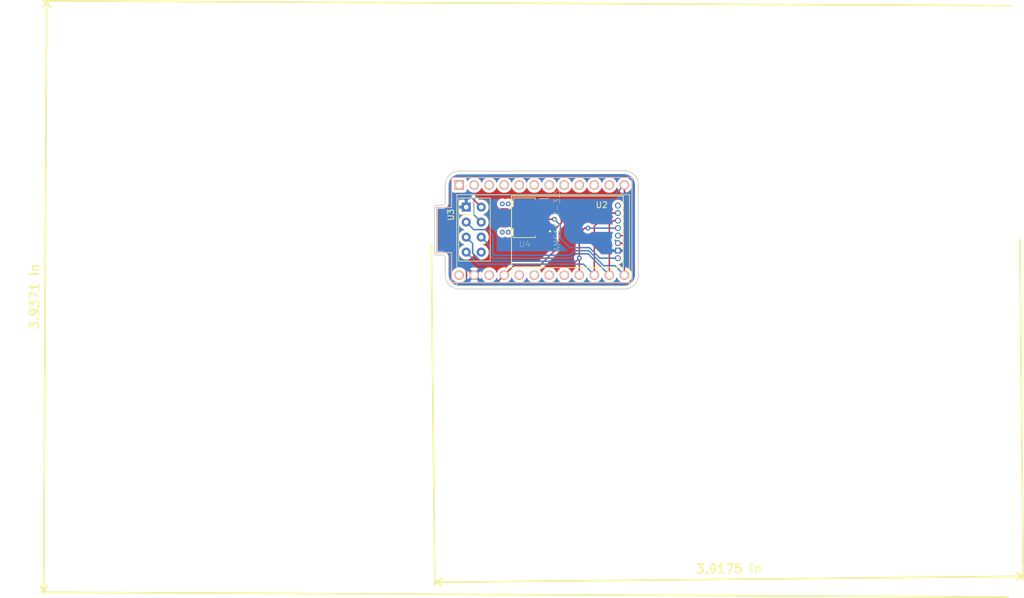
<source format=kicad_pcb>
(kicad_pcb (version 20171130) (host pcbnew "(5.0.0-3-g5ebb6b6)")

  (general
    (thickness 1.6)
    (drawings 18)
    (tracks 91)
    (zones 0)
    (modules 4)
    (nets 28)
  )

  (page A4)
  (layers
    (0 F.Cu signal)
    (31 B.Cu signal)
    (32 B.Adhes user)
    (33 F.Adhes user)
    (34 B.Paste user)
    (35 F.Paste user)
    (36 B.SilkS user)
    (37 F.SilkS user)
    (38 B.Mask user)
    (39 F.Mask user)
    (40 Dwgs.User user)
    (41 Cmts.User user)
    (42 Eco1.User user)
    (43 Eco2.User user)
    (44 Edge.Cuts user)
    (45 Margin user)
    (46 B.CrtYd user)
    (47 F.CrtYd user)
    (48 B.Fab user)
    (49 F.Fab user)
  )

  (setup
    (last_trace_width 0.25)
    (trace_clearance 0.2)
    (zone_clearance 0.508)
    (zone_45_only no)
    (trace_min 0.2)
    (segment_width 0.2)
    (edge_width 0.15)
    (via_size 0.8)
    (via_drill 0.4)
    (via_min_size 0.4)
    (via_min_drill 0.3)
    (uvia_size 0.3)
    (uvia_drill 0.1)
    (uvias_allowed no)
    (uvia_min_size 0.2)
    (uvia_min_drill 0.1)
    (pcb_text_width 0.3)
    (pcb_text_size 1.5 1.5)
    (mod_edge_width 0.15)
    (mod_text_size 1 1)
    (mod_text_width 0.15)
    (pad_size 1.524 1.524)
    (pad_drill 0.762)
    (pad_to_mask_clearance 0.2)
    (aux_axis_origin 0 0)
    (visible_elements FFFFFF7F)
    (pcbplotparams
      (layerselection 0x010fc_ffffffff)
      (usegerberextensions false)
      (usegerberattributes false)
      (usegerberadvancedattributes false)
      (creategerberjobfile false)
      (excludeedgelayer true)
      (linewidth 0.100000)
      (plotframeref false)
      (viasonmask false)
      (mode 1)
      (useauxorigin false)
      (hpglpennumber 1)
      (hpglpenspeed 20)
      (hpglpendiameter 15.000000)
      (psnegative false)
      (psa4output false)
      (plotreference true)
      (plotvalue true)
      (plotinvisibletext false)
      (padsonsilk false)
      (subtractmaskfromsilk false)
      (outputformat 1)
      (mirror false)
      (drillshape 1)
      (scaleselection 1)
      (outputdirectory ""))
  )

  (net 0 "")
  (net 1 "Net-(U1-Pad1)")
  (net 2 "Net-(U1-Pad2)")
  (net 3 "Net-(U1-Pad3)")
  (net 4 "Net-(U1-Pad4)")
  (net 5 "Net-(U1-Pad5)")
  (net 6 "Net-(U1-Pad6)")
  (net 7 "Net-(U1-Pad7)")
  (net 8 "Net-(U1-Pad8)")
  (net 9 "Net-(U1-Pad9)")
  (net 10 "Net-(U1-Pad10)")
  (net 11 "Net-(U1-Pad11)")
  (net 12 "Net-(U1-Pad12)")
  (net 13 "Net-(U1-Pad13)")
  (net 14 "Net-(U1-Pad14)")
  (net 15 "Net-(U1-Pad15)")
  (net 16 "Net-(U1-Pad16)")
  (net 17 "Net-(U1-Pad17)")
  (net 18 "Net-(U1-Pad18)")
  (net 19 "Net-(U1-Pad19)")
  (net 20 "Net-(U1-Pad20)")
  (net 21 /VCC1)
  (net 22 "Net-(U1-Pad22)")
  (net 23 /GND1)
  (net 24 "Net-(U1-Pad24)")
  (net 25 /3.3V)
  (net 26 "Net-(U2-Pad8)")
  (net 27 "Net-(U3-Pad8)")

  (net_class Default "This is the default net class."
    (clearance 0.2)
    (trace_width 0.25)
    (via_dia 0.8)
    (via_drill 0.4)
    (uvia_dia 0.3)
    (uvia_drill 0.1)
    (add_net /3.3V)
    (add_net /GND1)
    (add_net /VCC1)
    (add_net "Net-(U1-Pad1)")
    (add_net "Net-(U1-Pad10)")
    (add_net "Net-(U1-Pad11)")
    (add_net "Net-(U1-Pad12)")
    (add_net "Net-(U1-Pad13)")
    (add_net "Net-(U1-Pad14)")
    (add_net "Net-(U1-Pad15)")
    (add_net "Net-(U1-Pad16)")
    (add_net "Net-(U1-Pad17)")
    (add_net "Net-(U1-Pad18)")
    (add_net "Net-(U1-Pad19)")
    (add_net "Net-(U1-Pad2)")
    (add_net "Net-(U1-Pad20)")
    (add_net "Net-(U1-Pad22)")
    (add_net "Net-(U1-Pad24)")
    (add_net "Net-(U1-Pad3)")
    (add_net "Net-(U1-Pad4)")
    (add_net "Net-(U1-Pad5)")
    (add_net "Net-(U1-Pad6)")
    (add_net "Net-(U1-Pad7)")
    (add_net "Net-(U1-Pad8)")
    (add_net "Net-(U1-Pad9)")
    (add_net "Net-(U2-Pad8)")
    (add_net "Net-(U3-Pad8)")
  )

  (module promicro:ProMicro (layer B.Cu) (tedit 5A06A962) (tstamp 5CEE8ABE)
    (at 148.665001 86.435001)
    (descr "Pro Micro footprint")
    (tags "promicro ProMicro")
    (path /5CCABC73)
    (fp_text reference U1 (at 0 10.16) (layer B.SilkS) hide
      (effects (font (size 1 1) (thickness 0.15)) (justify mirror))
    )
    (fp_text value ProMicro (at 0 -10.16) (layer B.Fab)
      (effects (font (size 1 1) (thickness 0.15)) (justify mirror))
    )
    (fp_line (start 15.24 8.89) (end 15.24 -8.89) (layer F.SilkS) (width 0.15))
    (fp_line (start 15.24 -8.89) (end -15.24 -8.89) (layer F.SilkS) (width 0.15))
    (fp_line (start -15.24 -8.89) (end -15.24 -3.81) (layer F.SilkS) (width 0.15))
    (fp_line (start -15.24 -3.81) (end -17.78 -3.81) (layer F.SilkS) (width 0.15))
    (fp_line (start -17.78 -3.81) (end -17.78 3.81) (layer F.SilkS) (width 0.15))
    (fp_line (start -17.78 3.81) (end -15.24 3.81) (layer F.SilkS) (width 0.15))
    (fp_line (start -15.24 3.81) (end -15.24 8.89) (layer F.SilkS) (width 0.15))
    (fp_line (start -15.24 8.89) (end 15.24 8.89) (layer F.SilkS) (width 0.15))
    (fp_line (start -15.24 -8.89) (end 15.24 -8.89) (layer B.SilkS) (width 0.15))
    (fp_line (start -15.24 -8.89) (end -15.24 -3.81) (layer B.SilkS) (width 0.15))
    (fp_line (start -15.24 -3.81) (end -17.78 -3.81) (layer B.SilkS) (width 0.15))
    (fp_line (start -17.78 -3.81) (end -17.78 3.81) (layer B.SilkS) (width 0.15))
    (fp_line (start -17.78 3.81) (end -15.24 3.81) (layer B.SilkS) (width 0.15))
    (fp_line (start -15.24 3.81) (end -15.24 8.89) (layer B.SilkS) (width 0.15))
    (fp_line (start -15.24 8.89) (end 15.24 8.89) (layer B.SilkS) (width 0.15))
    (fp_line (start 15.24 8.89) (end 15.24 -8.89) (layer B.SilkS) (width 0.15))
    (pad 1 thru_hole rect (at -13.97 -7.62) (size 1.6 1.6) (drill 1.1) (layers *.Cu *.Mask B.SilkS)
      (net 1 "Net-(U1-Pad1)"))
    (pad 2 thru_hole circle (at -11.43 -7.62) (size 1.6 1.6) (drill 1.1) (layers *.Cu *.Mask B.SilkS)
      (net 2 "Net-(U1-Pad2)"))
    (pad 3 thru_hole circle (at -8.89 -7.62) (size 1.6 1.6) (drill 1.1) (layers *.Cu *.Mask B.SilkS)
      (net 3 "Net-(U1-Pad3)"))
    (pad 4 thru_hole circle (at -6.35 -7.62) (size 1.6 1.6) (drill 1.1) (layers *.Cu *.Mask B.SilkS)
      (net 4 "Net-(U1-Pad4)"))
    (pad 5 thru_hole circle (at -3.81 -7.62) (size 1.6 1.6) (drill 1.1) (layers *.Cu *.Mask B.SilkS)
      (net 5 "Net-(U1-Pad5)"))
    (pad 6 thru_hole circle (at -1.27 -7.62) (size 1.6 1.6) (drill 1.1) (layers *.Cu *.Mask B.SilkS)
      (net 6 "Net-(U1-Pad6)"))
    (pad 7 thru_hole circle (at 1.27 -7.62) (size 1.6 1.6) (drill 1.1) (layers *.Cu *.Mask B.SilkS)
      (net 7 "Net-(U1-Pad7)"))
    (pad 8 thru_hole circle (at 3.81 -7.62) (size 1.6 1.6) (drill 1.1) (layers *.Cu *.Mask B.SilkS)
      (net 8 "Net-(U1-Pad8)"))
    (pad 9 thru_hole circle (at 6.35 -7.62) (size 1.6 1.6) (drill 1.1) (layers *.Cu *.Mask B.SilkS)
      (net 9 "Net-(U1-Pad9)"))
    (pad 10 thru_hole circle (at 8.89 -7.62) (size 1.6 1.6) (drill 1.1) (layers *.Cu *.Mask B.SilkS)
      (net 10 "Net-(U1-Pad10)"))
    (pad 11 thru_hole circle (at 11.43 -7.62) (size 1.6 1.6) (drill 1.1) (layers *.Cu *.Mask B.SilkS)
      (net 11 "Net-(U1-Pad11)"))
    (pad 12 thru_hole circle (at 13.97 -7.62) (size 1.6 1.6) (drill 1.1) (layers *.Cu *.Mask B.SilkS)
      (net 12 "Net-(U1-Pad12)"))
    (pad 13 thru_hole circle (at 13.97 7.62) (size 1.6 1.6) (drill 1.1) (layers *.Cu *.Mask B.SilkS)
      (net 13 "Net-(U1-Pad13)"))
    (pad 14 thru_hole circle (at 11.43 7.62) (size 1.6 1.6) (drill 1.1) (layers *.Cu *.Mask B.SilkS)
      (net 14 "Net-(U1-Pad14)"))
    (pad 15 thru_hole circle (at 8.89 7.62) (size 1.6 1.6) (drill 1.1) (layers *.Cu *.Mask B.SilkS)
      (net 15 "Net-(U1-Pad15)"))
    (pad 16 thru_hole circle (at 6.35 7.62) (size 1.6 1.6) (drill 1.1) (layers *.Cu *.Mask B.SilkS)
      (net 16 "Net-(U1-Pad16)"))
    (pad 17 thru_hole circle (at 3.81 7.62) (size 1.6 1.6) (drill 1.1) (layers *.Cu *.Mask B.SilkS)
      (net 17 "Net-(U1-Pad17)"))
    (pad 18 thru_hole circle (at 1.27 7.62) (size 1.6 1.6) (drill 1.1) (layers *.Cu *.Mask B.SilkS)
      (net 18 "Net-(U1-Pad18)"))
    (pad 19 thru_hole circle (at -1.27 7.62) (size 1.6 1.6) (drill 1.1) (layers *.Cu *.Mask B.SilkS)
      (net 19 "Net-(U1-Pad19)"))
    (pad 20 thru_hole circle (at -3.81 7.62) (size 1.6 1.6) (drill 1.1) (layers *.Cu *.Mask B.SilkS)
      (net 20 "Net-(U1-Pad20)"))
    (pad 21 thru_hole circle (at -6.35 7.62) (size 1.6 1.6) (drill 1.1) (layers *.Cu *.Mask B.SilkS)
      (net 21 /VCC1))
    (pad 22 thru_hole circle (at -8.89 7.62) (size 1.6 1.6) (drill 1.1) (layers *.Cu *.Mask B.SilkS)
      (net 22 "Net-(U1-Pad22)"))
    (pad 23 thru_hole circle (at -11.43 7.62) (size 1.6 1.6) (drill 1.1) (layers *.Cu *.Mask B.SilkS)
      (net 23 /GND1))
    (pad 24 thru_hole circle (at -13.97 7.62) (size 1.6 1.6) (drill 1.1) (layers *.Cu *.Mask B.SilkS)
      (net 24 "Net-(U1-Pad24)"))
  )

  (module RF_Module:nRF24L01_Breakout (layer F.Cu) (tedit 5A056C61) (tstamp 5CD6B4C3)
    (at 135.89 82.55)
    (descr "nRF24L01 breakout board")
    (tags "nRF24L01 adapter breakout")
    (path /5CCABE77)
    (fp_text reference U3 (at -2.59 1.3 270) (layer F.SilkS)
      (effects (font (size 1 1) (thickness 0.15)))
    )
    (fp_text value NRF24L01_Breakout (at 13 5) (layer F.Fab)
      (effects (font (size 1 1) (thickness 0.15)))
    )
    (fp_line (start -1.5 -2) (end 27.5 -2) (layer F.Fab) (width 0.1))
    (fp_line (start 27.5 -2) (end 27.5 13.25) (layer F.Fab) (width 0.1))
    (fp_line (start 27.5 13.25) (end -1.5 13.25) (layer F.Fab) (width 0.1))
    (fp_line (start -1.5 13.25) (end -1.5 -2) (layer F.Fab) (width 0.1))
    (fp_line (start -1.5 -2) (end -1.5 -2) (layer F.Fab) (width 0.1))
    (fp_line (start -1.27 -1.27) (end 3.81 -1.27) (layer F.Fab) (width 0.1))
    (fp_line (start 3.81 -1.27) (end 3.81 8.89) (layer F.Fab) (width 0.1))
    (fp_line (start 3.81 8.89) (end -1.27 8.89) (layer F.Fab) (width 0.1))
    (fp_line (start -1.27 8.89) (end -1.27 -1.27) (layer F.Fab) (width 0.1))
    (fp_line (start -1.27 -1.27) (end -1.27 -1.27) (layer F.Fab) (width 0.1))
    (fp_line (start -1.27 -1.524) (end 4.064 -1.524) (layer F.SilkS) (width 0.12))
    (fp_line (start 4.064 -1.524) (end 4.064 9.144) (layer F.SilkS) (width 0.12))
    (fp_line (start 4.064 9.144) (end -1.27 9.144) (layer F.SilkS) (width 0.12))
    (fp_line (start -1.27 9.144) (end -1.27 9.144) (layer F.SilkS) (width 0.12))
    (fp_line (start 1.27 -1.016) (end 1.27 1.27) (layer F.SilkS) (width 0.12))
    (fp_line (start 1.27 1.27) (end -1.016 1.27) (layer F.SilkS) (width 0.12))
    (fp_line (start -1.016 1.27) (end -1.016 1.27) (layer F.SilkS) (width 0.12))
    (fp_line (start -1.6 -2.1) (end 27.6 -2.1) (layer F.SilkS) (width 0.12))
    (fp_line (start 27.6 -2.1) (end 27.6 13.35) (layer F.SilkS) (width 0.12))
    (fp_line (start 27.6 13.35) (end -1.6 13.35) (layer F.SilkS) (width 0.12))
    (fp_line (start -1.6 13.35) (end -1.6 -2.1) (layer F.SilkS) (width 0.12))
    (fp_line (start -1.6 -2.1) (end -1.6 -2.1) (layer F.SilkS) (width 0.12))
    (fp_line (start -1.27 9.144) (end -1.27 -1.524) (layer F.SilkS) (width 0.12))
    (fp_line (start -1.27 -1.524) (end -1.27 -1.524) (layer F.SilkS) (width 0.12))
    (fp_line (start 27.75 -2.25) (end -1.75 -2.25) (layer F.CrtYd) (width 0.05))
    (fp_line (start -1.75 -2.25) (end -1.75 13.5) (layer F.CrtYd) (width 0.05))
    (fp_line (start -1.75 13.5) (end 27.75 13.5) (layer F.CrtYd) (width 0.05))
    (fp_line (start 27.75 13.5) (end 27.75 -2.25) (layer F.CrtYd) (width 0.05))
    (fp_line (start 27.75 -2.25) (end 27.75 -2.25) (layer F.CrtYd) (width 0.05))
    (fp_text user %R (at 12.5 2.5) (layer F.Fab)
      (effects (font (size 1 1) (thickness 0.15)))
    )
    (pad 1 thru_hole rect (at 0 0) (size 1.524 1.524) (drill 0.762) (layers *.Cu *.Mask)
      (net 23 /GND1))
    (pad 2 thru_hole circle (at 2.54 0) (size 1.524 1.524) (drill 0.762) (layers *.Cu *.Mask)
      (net 21 /VCC1))
    (pad 3 thru_hole circle (at 0 2.54) (size 1.524 1.524) (drill 0.762) (layers *.Cu *.Mask)
      (net 13 "Net-(U1-Pad13)"))
    (pad 4 thru_hole circle (at 2.54 2.54) (size 1.524 1.524) (drill 0.762) (layers *.Cu *.Mask)
      (net 12 "Net-(U1-Pad12)"))
    (pad 5 thru_hole circle (at 0 5.08) (size 1.524 1.524) (drill 0.762) (layers *.Cu *.Mask)
      (net 16 "Net-(U1-Pad16)"))
    (pad 6 thru_hole circle (at 2.54 5.08) (size 1.524 1.524) (drill 0.762) (layers *.Cu *.Mask)
      (net 14 "Net-(U1-Pad14)"))
    (pad 7 thru_hole circle (at 0 7.62) (size 1.524 1.524) (drill 0.762) (layers *.Cu *.Mask)
      (net 15 "Net-(U1-Pad15)"))
    (pad 8 thru_hole circle (at 2.54 7.62) (size 1.524 1.524) (drill 0.762) (layers *.Cu *.Mask)
      (net 27 "Net-(U3-Pad8)"))
    (model ${KISYS3DMOD}/RF_Module.3dshapes/nRF24L01_Breakout.wrl
      (at (xyz 0 0 0))
      (scale (xyz 1 1 1))
      (rotate (xyz 0 0 0))
    )
  )

  (module AMS1117-3.3:SOT229P700X180-4N (layer F.Cu) (tedit 0) (tstamp 5CD6B4E2)
    (at 145.7 84.35 90)
    (path /5CCAC4ED)
    (attr smd)
    (fp_text reference U4 (at -4.45 0.1 180) (layer F.SilkS)
      (effects (font (size 1.00177 1.00177) (thickness 0.05)))
    )
    (fp_text value AMS1117-3.3 (at -0.51591 5.53482 90) (layer F.SilkS)
      (effects (font (size 1.00178 1.00178) (thickness 0.05)))
    )
    (fp_line (start -3.36 1.86) (end -3.36 -1.86) (layer Eco2.User) (width 0.127))
    (fp_line (start -3.36 -1.86) (end 3.36 -1.86) (layer Eco2.User) (width 0.127))
    (fp_line (start 3.36 -1.86) (end 3.36 1.86) (layer Eco2.User) (width 0.127))
    (fp_line (start 3.36 1.86) (end -3.36 1.86) (layer Eco2.User) (width 0.127))
    (fp_line (start -3.36 1.86) (end -3.36 -1.86) (layer F.SilkS) (width 0.127))
    (fp_line (start 3.36 1.86) (end 3.36 -1.86) (layer F.SilkS) (width 0.127))
    (fp_line (start -3.36 1.86) (end -3.1 1.86) (layer F.SilkS) (width 0.127))
    (fp_line (start 3.11 1.86) (end 3.36 1.86) (layer F.SilkS) (width 0.127))
    (fp_line (start 3.36 -1.86) (end 1.87 -1.86) (layer F.SilkS) (width 0.127))
    (fp_line (start -1.76 -1.86) (end -3.36 -1.86) (layer F.SilkS) (width 0.127))
    (fp_circle (center -2.29 4.373) (end -2.19 4.373) (layer F.SilkS) (width 0.2))
    (fp_line (start -3.61 -2.11) (end -3.61 2.11) (layer Eco1.User) (width 0.05))
    (fp_line (start -3.61 2.11) (end -3.01 2.11) (layer Eco1.User) (width 0.05))
    (fp_line (start -3.01 2.11) (end -3.01 4.25) (layer Eco1.User) (width 0.05))
    (fp_line (start -3.01 4.25) (end 3.01 4.25) (layer Eco1.User) (width 0.05))
    (fp_line (start 3.01 4.25) (end 3.01 2.11) (layer Eco1.User) (width 0.05))
    (fp_line (start 3.01 2.11) (end 3.61 2.11) (layer Eco1.User) (width 0.05))
    (fp_line (start 3.61 2.11) (end 3.61 -2.11) (layer Eco1.User) (width 0.05))
    (fp_line (start 3.61 -2.11) (end 1.87 -2.11) (layer Eco1.User) (width 0.05))
    (fp_line (start 1.87 -2.11) (end 1.87 -4.25) (layer Eco1.User) (width 0.05))
    (fp_line (start 1.87 -4.25) (end -1.87 -4.25) (layer Eco1.User) (width 0.05))
    (fp_line (start -1.87 -4.25) (end -1.87 -2.11) (layer Eco1.User) (width 0.05))
    (fp_line (start -1.87 -2.11) (end -3.61 -2.11) (layer Eco1.User) (width 0.05))
    (pad 1 smd rect (at -2.29 3.345 90) (size 0.93 1.31) (layers F.Cu F.Paste F.Mask)
      (net 23 /GND1))
    (pad 2 smd rect (at 0 3.345 90) (size 0.93 1.31) (layers F.Cu F.Paste F.Mask)
      (net 25 /3.3V))
    (pad 3 smd rect (at 2.29 3.345 90) (size 0.93 1.31) (layers F.Cu F.Paste F.Mask)
      (net 21 /VCC1))
    (pad 4 smd rect (at 0 -3.345 90) (size 3.24 1.31) (layers F.Cu F.Paste F.Mask))
  )

  (module RF_Module:NR24l01mini (layer F.Cu) (tedit 5CCA75C3) (tstamp 5CEE764E)
    (at 161.544 91.186 180)
    (descr "Through hole straight pin header, 1x08, 1.27mm pitch, single row")
    (tags "Through hole pin header THT 1x08 1.27mm single row")
    (path /5CCABD70)
    (fp_text reference U2 (at 2.744 8.986 180) (layer F.SilkS)
      (effects (font (size 1 1) (thickness 0.15)))
    )
    (fp_text value NRF24L01_Breakout (at 0 10.585 180) (layer F.Fab)
      (effects (font (size 1 1) (thickness 0.15)))
    )
    (fp_line (start -0.525 -0.635) (end 1.05 -0.635) (layer F.Fab) (width 0.1))
    (fp_line (start 1.05 -0.635) (end 1.05 9.525) (layer F.Fab) (width 0.1))
    (fp_line (start 1.05 9.525) (end -1.05 9.525) (layer F.Fab) (width 0.1))
    (fp_line (start -1.05 9.525) (end -1.05 -0.11) (layer F.Fab) (width 0.1))
    (fp_line (start -1.05 -0.11) (end -0.525 -0.635) (layer F.Fab) (width 0.1))
    (fp_line (start -1.55 -1.15) (end -1.55 10.05) (layer F.CrtYd) (width 0.05))
    (fp_line (start -1.55 10.05) (end 1.55 10.05) (layer F.CrtYd) (width 0.05))
    (fp_line (start 1.55 10.05) (end 1.55 -1.15) (layer F.CrtYd) (width 0.05))
    (fp_line (start 1.55 -1.15) (end -1.55 -1.15) (layer F.CrtYd) (width 0.05))
    (fp_text user %R (at 0 4.445 270) (layer F.Fab)
      (effects (font (size 1 1) (thickness 0.15)))
    )
    (fp_line (start 0 -1.6) (end 18 -1.6) (layer F.SilkS) (width 0.15))
    (fp_line (start 0 10.5) (end 18 10.5) (layer F.SilkS) (width 0.15))
    (fp_line (start 18 10.5) (end 18 -1.6) (layer F.SilkS) (width 0.15))
    (fp_line (start -0.9 8.9) (end -0.9 10.5) (layer F.SilkS) (width 0.15))
    (fp_line (start -0.9 10.5) (end 0 10.5) (layer F.SilkS) (width 0.15))
    (fp_line (start -0.9 0) (end -0.9 -1.6) (layer F.SilkS) (width 0.15))
    (fp_line (start -0.9 -1.6) (end 0 -1.6) (layer F.SilkS) (width 0.15))
    (fp_line (start -0.9 0) (end -0.9 8.9) (layer F.SilkS) (width 0.15))
    (pad 1 thru_hole rect (at 0 1.27 180) (size 1 1) (drill 0.65) (layers *.Cu *.Mask)
      (net 23 /GND1))
    (pad 2 thru_hole oval (at 0 0 180) (size 1 1) (drill 0.65) (layers *.Cu *.Mask)
      (net 25 /3.3V))
    (pad 3 thru_hole oval (at 0 2.54 180) (size 1 1) (drill 0.65) (layers *.Cu *.Mask)
      (net 13 "Net-(U1-Pad13)"))
    (pad 4 thru_hole oval (at 0 3.81 180) (size 1 1) (drill 0.65) (layers *.Cu *.Mask)
      (net 12 "Net-(U1-Pad12)"))
    (pad 5 thru_hole oval (at 0 5.08 180) (size 1 1) (drill 0.65) (layers *.Cu *.Mask)
      (net 16 "Net-(U1-Pad16)"))
    (pad 6 thru_hole oval (at 0 6.35 180) (size 1 1) (drill 0.65) (layers *.Cu *.Mask)
      (net 14 "Net-(U1-Pad14)"))
    (pad 7 thru_hole oval (at 0 7.62 180) (size 1 1) (drill 0.65) (layers *.Cu *.Mask)
      (net 15 "Net-(U1-Pad15)"))
    (pad 8 thru_hole oval (at 0 8.89 180) (size 1 1) (drill 0.65) (layers *.Cu *.Mask)
      (net 26 "Net-(U2-Pad8)"))
    (model ${KISYS3DMOD}/Connector_PinHeader_1.27mm.3dshapes/PinHeader_1x08_P1.27mm_Vertical.wrl
      (at (xyz 0 0 0))
      (scale (xyz 1 1 1))
      (rotate (xyz 0 0 0))
    )
  )

  (dimension 100.00125 (width 0.3) (layer F.SilkS)
    (gr_text "100.001 mm" (at 62.591603 97.674208 89.71352349) (layer F.SilkS)
      (effects (font (size 1.5 1.5) (thickness 0.3)))
    )
    (feature1 (pts (xy 227.5 148.5) (xy 63.855164 147.681776)))
    (feature2 (pts (xy 228 48.5) (xy 64.355164 47.681776)))
    (crossbar (pts (xy 64.941577 47.684708) (xy 64.441577 147.684708)))
    (arrow1a (pts (xy 64.441577 147.684708) (xy 63.860796 146.555286)))
    (arrow1b (pts (xy 64.441577 147.684708) (xy 65.033623 146.56115)))
    (arrow2a (pts (xy 64.941577 47.684708) (xy 64.349531 48.808266)))
    (arrow2b (pts (xy 64.941577 47.684708) (xy 65.522358 48.81413)))
  )
  (dimension 99.505025 (width 0.3) (layer F.SilkS)
    (gr_text "99.505 mm" (at 180.34386 147.589112 0.5758175932) (layer F.SilkS)
      (effects (font (size 1.5 1.5) (thickness 0.3)))
    )
    (feature1 (pts (xy 229.5 88) (xy 230.078649 145.575609)))
    (feature2 (pts (xy 130 89) (xy 130.578649 146.575609)))
    (crossbar (pts (xy 130.572756 145.989218) (xy 230.072756 144.989218)))
    (arrow1a (pts (xy 230.072756 144.989218) (xy 228.952203 145.58693)))
    (arrow1b (pts (xy 230.072756 144.989218) (xy 228.940416 144.414148)))
    (arrow2a (pts (xy 130.572756 145.989218) (xy 131.705096 146.564288)))
    (arrow2b (pts (xy 130.572756 145.989218) (xy 131.693309 145.391506)))
  )
  (gr_line (start 132.35 94.05) (end 132.35 91.05) (layer Edge.Cuts) (width 0.15))
  (gr_line (start 131.95 90.65) (end 130.9 90.65) (layer Edge.Cuts) (width 0.15))
  (gr_line (start 132.35 78.8) (end 132.35 81.8) (layer Edge.Cuts) (width 0.15))
  (gr_line (start 131.95 82.25) (end 130.9 82.25) (layer Edge.Cuts) (width 0.15))
  (gr_arc (start 131.95 91.05) (end 132.35 91.05) (angle -90) (layer Edge.Cuts) (width 0.15) (tstamp 5CEE870A))
  (gr_line (start 130.5 82.65) (end 130.5 90.25) (layer Edge.Cuts) (width 0.15))
  (gr_arc (start 130.9 90.25) (end 130.5 90.25) (angle -90) (layer Edge.Cuts) (width 0.15) (tstamp 5CEE86F3))
  (gr_arc (start 130.9 82.65) (end 130.9 82.25) (angle -90) (layer Edge.Cuts) (width 0.15) (tstamp 5CEE86EF))
  (gr_arc (start 131.95 81.85) (end 131.95 82.25) (angle -90) (layer Edge.Cuts) (width 0.15) (tstamp 5CEE86EA))
  (gr_line (start 162.65 76.4) (end 134.7 76.45) (layer Edge.Cuts) (width 0.15))
  (gr_line (start 165 94.05) (end 165 78.8) (layer Edge.Cuts) (width 0.15))
  (gr_line (start 134.7 96.4) (end 162.65 96.4) (layer Edge.Cuts) (width 0.15))
  (gr_arc (start 162.65 94.05) (end 162.65 96.4) (angle -90) (layer Edge.Cuts) (width 0.15))
  (gr_arc (start 134.7 94.05) (end 132.35 94.05) (angle -90) (layer Edge.Cuts) (width 0.15))
  (gr_arc (start 134.7 78.8) (end 134.7 76.45) (angle -90) (layer Edge.Cuts) (width 0.15))
  (gr_arc (start 162.6 78.8) (end 165 78.8) (angle -90) (layer Edge.Cuts) (width 0.15))

  (via (at 142 82) (size 0.8) (drill 0.4) (layers F.Cu B.Cu) (net 0))
  (via (at 143 82) (size 0.8) (drill 0.4) (layers F.Cu B.Cu) (net 0))
  (via (at 143 86.8) (size 0.8) (drill 0.4) (layers F.Cu B.Cu) (net 0))
  (via (at 142 86.8) (size 0.8) (drill 0.4) (layers F.Cu B.Cu) (net 0))
  (segment (start 162.814 87.376) (end 161.544 87.376) (width 0.25) (layer F.Cu) (net 12))
  (segment (start 163.322 86.868) (end 162.814 87.376) (width 0.25) (layer F.Cu) (net 12))
  (segment (start 162.635001 79.946371) (end 163.322 80.63337) (width 0.25) (layer F.Cu) (net 12))
  (segment (start 163.322 80.63337) (end 163.322 86.868) (width 0.25) (layer F.Cu) (net 12))
  (segment (start 162.635001 78.815001) (end 162.635001 79.946371) (width 0.25) (layer F.Cu) (net 12))
  (segment (start 137.16 81.28) (end 137.922 80.518) (width 0.25) (layer B.Cu) (net 12))
  (segment (start 137.922 80.518) (end 160.932002 80.518) (width 0.25) (layer B.Cu) (net 12))
  (segment (start 137.16 83.82) (end 137.16 81.28) (width 0.25) (layer B.Cu) (net 12))
  (segment (start 160.932002 80.518) (end 162.635001 78.815001) (width 0.25) (layer B.Cu) (net 12))
  (segment (start 138.43 85.09) (end 137.16 83.82) (width 0.25) (layer B.Cu) (net 12))
  (segment (start 162.251106 88.646) (end 161.544 88.646) (width 0.25) (layer F.Cu) (net 13))
  (segment (start 162.635001 89.029895) (end 162.251106 88.646) (width 0.25) (layer F.Cu) (net 13))
  (segment (start 162.635001 94.055001) (end 162.635001 89.029895) (width 0.25) (layer F.Cu) (net 13))
  (segment (start 161.544 88.646) (end 161.044001 88.146001) (width 0.25) (layer B.Cu) (net 13))
  (segment (start 161.036 92.456) (end 162.635001 94.055001) (width 0.25) (layer B.Cu) (net 13))
  (segment (start 159.13241 92.456) (end 161.036 92.456) (width 0.25) (layer B.Cu) (net 13))
  (segment (start 156.59241 89.916) (end 159.13241 92.456) (width 0.25) (layer B.Cu) (net 13))
  (segment (start 154.178 89.916) (end 156.59241 89.916) (width 0.25) (layer B.Cu) (net 13))
  (segment (start 153.416 90.678) (end 154.178 89.916) (width 0.25) (layer B.Cu) (net 13))
  (segment (start 140.59041 90.678) (end 153.416 90.678) (width 0.25) (layer B.Cu) (net 13))
  (segment (start 137.16 86.36) (end 139.446 86.36) (width 0.25) (layer B.Cu) (net 13))
  (segment (start 140.40401 90.4916) (end 140.59041 90.678) (width 0.25) (layer B.Cu) (net 13))
  (segment (start 135.89 85.09) (end 137.16 86.36) (width 0.25) (layer B.Cu) (net 13))
  (segment (start 140.404009 87.318009) (end 140.40401 90.4916) (width 0.25) (layer B.Cu) (net 13))
  (segment (start 139.446 86.36) (end 140.404009 87.318009) (width 0.25) (layer B.Cu) (net 13))
  (segment (start 161.544 84.836) (end 160.782 84.836) (width 0.25) (layer F.Cu) (net 14))
  (segment (start 160.095001 85.522999) (end 160.095001 94.055001) (width 0.25) (layer F.Cu) (net 14))
  (segment (start 160.782 84.836) (end 160.095001 85.522999) (width 0.25) (layer F.Cu) (net 14))
  (segment (start 138.43 87.63) (end 139.954 89.154) (width 0.25) (layer B.Cu) (net 14))
  (segment (start 139.954 89.154) (end 139.954 90.678) (width 0.25) (layer B.Cu) (net 14))
  (segment (start 139.954 90.678) (end 140.462 91.186) (width 0.25) (layer B.Cu) (net 14))
  (segment (start 140.462 91.186) (end 153.67 91.186) (width 0.25) (layer B.Cu) (net 14))
  (segment (start 156.500999 90.460999) (end 159.295002 93.255002) (width 0.25) (layer B.Cu) (net 14))
  (segment (start 159.295002 93.255002) (end 160.095001 94.055001) (width 0.25) (layer B.Cu) (net 14))
  (segment (start 154.395001 90.460999) (end 156.500999 90.460999) (width 0.25) (layer B.Cu) (net 14))
  (segment (start 153.67 91.186) (end 154.395001 90.460999) (width 0.25) (layer B.Cu) (net 14))
  (segment (start 161.544 83.566) (end 159.766 83.566) (width 0.25) (layer F.Cu) (net 15))
  (segment (start 157.555001 85.776999) (end 157.555001 94.055001) (width 0.25) (layer F.Cu) (net 15))
  (segment (start 159.766 83.566) (end 157.555001 85.776999) (width 0.25) (layer F.Cu) (net 15))
  (segment (start 156.755002 93.255002) (end 157.555001 94.055001) (width 0.25) (layer B.Cu) (net 15))
  (segment (start 155.702 92.202) (end 156.755002 93.255002) (width 0.25) (layer B.Cu) (net 15))
  (segment (start 137.922 92.202) (end 155.702 92.202) (width 0.25) (layer B.Cu) (net 15))
  (segment (start 135.89 90.17) (end 137.922 92.202) (width 0.25) (layer B.Cu) (net 15))
  (via (at 156.464 86.106) (size 0.8) (drill 0.4) (layers F.Cu B.Cu) (net 16))
  (segment (start 161.544 86.106) (end 156.464 86.106) (width 0.25) (layer B.Cu) (net 16))
  (segment (start 155.015001 92.923631) (end 155.015001 94.055001) (width 0.25) (layer F.Cu) (net 16))
  (segment (start 155.898315 86.106) (end 155.015001 86.989314) (width 0.25) (layer F.Cu) (net 16))
  (segment (start 156.464 86.106) (end 155.898315 86.106) (width 0.25) (layer F.Cu) (net 16))
  (segment (start 136.977001 90.325763) (end 138.345238 91.694) (width 0.25) (layer B.Cu) (net 16))
  (segment (start 136.977001 88.717001) (end 136.977001 90.325763) (width 0.25) (layer B.Cu) (net 16))
  (segment (start 135.89 87.63) (end 136.977001 88.717001) (width 0.25) (layer B.Cu) (net 16))
  (segment (start 154.507001 91.694) (end 155.015001 91.186) (width 0.25) (layer B.Cu) (net 16))
  (segment (start 138.345238 91.694) (end 154.507001 91.694) (width 0.25) (layer B.Cu) (net 16))
  (segment (start 155.015001 91.186) (end 155.015001 92.923631) (width 0.25) (layer F.Cu) (net 16))
  (via (at 155.015001 91.186) (size 0.8) (drill 0.4) (layers F.Cu B.Cu) (net 16) (status 1000000))
  (segment (start 155.015001 86.989314) (end 155.015001 91.186) (width 0.25) (layer F.Cu) (net 16))
  (segment (start 142.315001 94.055001) (end 140.866002 95.504) (width 0.25) (layer F.Cu) (net 21))
  (segment (start 140.866002 95.504) (end 136.652 95.504) (width 0.25) (layer F.Cu) (net 21))
  (segment (start 136.652 95.504) (end 136.5758 95.504) (width 0.25) (layer F.Cu) (net 21))
  (segment (start 136.5758 95.504) (end 135.9408 94.869) (width 0.25) (layer F.Cu) (net 21))
  (segment (start 135.9408 94.869) (end 135.9408 93.472) (width 0.25) (layer F.Cu) (net 21))
  (segment (start 135.9408 93.472) (end 135.9408 93.3958) (width 0.25) (layer F.Cu) (net 21))
  (segment (start 135.9408 93.472) (end 135.9408 93.2688) (width 0.25) (layer F.Cu) (net 21))
  (segment (start 135.9408 93.2688) (end 134.112 91.44) (width 0.25) (layer F.Cu) (net 21))
  (segment (start 134.112 91.44) (end 134.112 81.788) (width 0.25) (layer F.Cu) (net 21))
  (segment (start 134.112 81.788) (end 134.874 81.026) (width 0.25) (layer F.Cu) (net 21))
  (segment (start 136.906 81.026) (end 138.43 82.55) (width 0.25) (layer F.Cu) (net 21))
  (segment (start 134.874 81.026) (end 136.906 81.026) (width 0.25) (layer F.Cu) (net 21))
  (segment (start 149.95 82.06) (end 149.045 82.06) (width 0.25) (layer F.Cu) (net 21))
  (segment (start 152 85.2) (end 152 84.11) (width 0.25) (layer F.Cu) (net 21))
  (segment (start 150.88 89.895) (end 150.88 86.32) (width 0.25) (layer F.Cu) (net 21))
  (segment (start 148.319 92.456) (end 150.88 89.895) (width 0.25) (layer F.Cu) (net 21))
  (segment (start 152 84.11) (end 149.95 82.06) (width 0.25) (layer F.Cu) (net 21))
  (segment (start 143.914002 92.456) (end 148.319 92.456) (width 0.25) (layer F.Cu) (net 21))
  (segment (start 150.88 86.32) (end 152 85.2) (width 0.25) (layer F.Cu) (net 21))
  (segment (start 142.315001 94.055001) (end 143.914002 92.456) (width 0.25) (layer F.Cu) (net 21))
  (segment (start 137.235001 94.055001) (end 137.235001 93.801001) (width 0.25) (layer F.Cu) (net 23))
  (segment (start 161.544 91.186) (end 158.49882 91.186) (width 0.25) (layer B.Cu) (net 25))
  (segment (start 158.49882 91.186) (end 156.72082 89.408) (width 0.25) (layer B.Cu) (net 25))
  (segment (start 156.72082 89.408) (end 153.660694 89.408) (width 0.25) (layer B.Cu) (net 25))
  (segment (start 153.660694 89.408) (end 153.408 89.408) (width 0.25) (layer B.Cu) (net 25))
  (segment (start 153.408 89.408) (end 151.8 87.8) (width 0.25) (layer B.Cu) (net 25))
  (via (at 150.8 84.6) (size 0.8) (drill 0.4) (layers F.Cu B.Cu) (net 25))
  (segment (start 151.8 85.6) (end 150.8 84.6) (width 0.25) (layer B.Cu) (net 25))
  (segment (start 151.8 87.8) (end 151.8 85.6) (width 0.25) (layer B.Cu) (net 25))
  (segment (start 149.295 84.6) (end 149.045 84.35) (width 0.25) (layer F.Cu) (net 25))
  (segment (start 150.8 84.6) (end 149.295 84.6) (width 0.25) (layer F.Cu) (net 25))

  (zone (net 23) (net_name /GND1) (layer F.Cu) (tstamp 0) (hatch edge 0.508)
    (connect_pads (clearance 0.508))
    (min_thickness 0.1)
    (fill yes (arc_segments 16) (thermal_gap 0.508) (thermal_bridge_width 0.508))
    (polygon
      (pts
        (xy 175 70) (xy 175 100) (xy 125 100) (xy 125 70)
      )
    )
    (filled_polygon
      (pts
        (xy 163.05592 77.098485) (xy 163.480771 77.274465) (xy 163.845597 77.554406) (xy 164.125536 77.91923) (xy 164.301514 78.344079)
        (xy 164.367001 78.8415) (xy 164.367 94.008509) (xy 164.303219 94.492979) (xy 164.132235 94.905769) (xy 163.860238 95.260242)
        (xy 163.505769 95.532235) (xy 163.092979 95.703218) (xy 162.608508 95.767) (xy 141.568909 95.767) (xy 141.958632 95.377277)
        (xy 142.044878 95.413001) (xy 142.585124 95.413001) (xy 143.084246 95.206258) (xy 143.466258 94.824246) (xy 143.585001 94.537575)
        (xy 143.703744 94.824246) (xy 144.085756 95.206258) (xy 144.584878 95.413001) (xy 145.125124 95.413001) (xy 145.624246 95.206258)
        (xy 146.006258 94.824246) (xy 146.125001 94.537575) (xy 146.243744 94.824246) (xy 146.625756 95.206258) (xy 147.124878 95.413001)
        (xy 147.665124 95.413001) (xy 148.164246 95.206258) (xy 148.546258 94.824246) (xy 148.665001 94.537575) (xy 148.783744 94.824246)
        (xy 149.165756 95.206258) (xy 149.664878 95.413001) (xy 150.205124 95.413001) (xy 150.704246 95.206258) (xy 151.086258 94.824246)
        (xy 151.205001 94.537575) (xy 151.323744 94.824246) (xy 151.705756 95.206258) (xy 152.204878 95.413001) (xy 152.745124 95.413001)
        (xy 153.244246 95.206258) (xy 153.626258 94.824246) (xy 153.745001 94.537575) (xy 153.863744 94.824246) (xy 154.245756 95.206258)
        (xy 154.744878 95.413001) (xy 155.285124 95.413001) (xy 155.784246 95.206258) (xy 156.166258 94.824246) (xy 156.285001 94.537575)
        (xy 156.403744 94.824246) (xy 156.785756 95.206258) (xy 157.284878 95.413001) (xy 157.825124 95.413001) (xy 158.324246 95.206258)
        (xy 158.706258 94.824246) (xy 158.825001 94.537575) (xy 158.943744 94.824246) (xy 159.325756 95.206258) (xy 159.824878 95.413001)
        (xy 160.365124 95.413001) (xy 160.864246 95.206258) (xy 161.246258 94.824246) (xy 161.365001 94.537575) (xy 161.483744 94.824246)
        (xy 161.865756 95.206258) (xy 162.364878 95.413001) (xy 162.905124 95.413001) (xy 163.404246 95.206258) (xy 163.786258 94.824246)
        (xy 163.993001 94.325124) (xy 163.993001 93.784878) (xy 163.786258 93.285756) (xy 163.404246 92.903744) (xy 163.318001 92.86802)
        (xy 163.318001 89.09716) (xy 163.331381 89.029895) (xy 163.278372 88.763402) (xy 163.268777 88.749042) (xy 163.127416 88.53748)
        (xy 163.070389 88.499376) (xy 162.781625 88.210612) (xy 162.743521 88.153585) (xy 162.601964 88.059) (xy 162.746739 88.059)
        (xy 162.814 88.072379) (xy 162.881261 88.059) (xy 162.881265 88.059) (xy 163.080493 88.019371) (xy 163.306415 87.868415)
        (xy 163.344519 87.811388) (xy 163.75739 87.398518) (xy 163.814415 87.360415) (xy 163.965371 87.134493) (xy 164.005 86.935265)
        (xy 164.005 86.935261) (xy 164.018379 86.868001) (xy 164.005 86.800741) (xy 164.005 80.700629) (xy 164.018379 80.633369)
        (xy 164.005 80.566109) (xy 164.005 80.566105) (xy 163.965371 80.366877) (xy 163.901256 80.270922) (xy 163.852517 80.197979)
        (xy 163.852515 80.197977) (xy 163.814414 80.140955) (xy 163.757392 80.102854) (xy 163.512521 79.857983) (xy 163.786258 79.584246)
        (xy 163.993001 79.085124) (xy 163.993001 78.544878) (xy 163.786258 78.045756) (xy 163.404246 77.663744) (xy 162.905124 77.457001)
        (xy 162.364878 77.457001) (xy 161.865756 77.663744) (xy 161.483744 78.045756) (xy 161.365001 78.332427) (xy 161.246258 78.045756)
        (xy 160.864246 77.663744) (xy 160.365124 77.457001) (xy 159.824878 77.457001) (xy 159.325756 77.663744) (xy 158.943744 78.045756)
        (xy 158.825001 78.332427) (xy 158.706258 78.045756) (xy 158.324246 77.663744) (xy 157.825124 77.457001) (xy 157.284878 77.457001)
        (xy 156.785756 77.663744) (xy 156.403744 78.045756) (xy 156.285001 78.332427) (xy 156.166258 78.045756) (xy 155.784246 77.663744)
        (xy 155.285124 77.457001) (xy 154.744878 77.457001) (xy 154.245756 77.663744) (xy 153.863744 78.045756) (xy 153.745001 78.332427)
        (xy 153.626258 78.045756) (xy 153.244246 77.663744) (xy 152.745124 77.457001) (xy 152.204878 77.457001) (xy 151.705756 77.663744)
        (xy 151.323744 78.045756) (xy 151.205001 78.332427) (xy 151.086258 78.045756) (xy 150.704246 77.663744) (xy 150.205124 77.457001)
        (xy 149.664878 77.457001) (xy 149.165756 77.663744) (xy 148.783744 78.045756) (xy 148.665001 78.332427) (xy 148.546258 78.045756)
        (xy 148.164246 77.663744) (xy 147.665124 77.457001) (xy 147.124878 77.457001) (xy 146.625756 77.663744) (xy 146.243744 78.045756)
        (xy 146.125001 78.332427) (xy 146.006258 78.045756) (xy 145.624246 77.663744) (xy 145.125124 77.457001) (xy 144.584878 77.457001)
        (xy 144.085756 77.663744) (xy 143.703744 78.045756) (xy 143.585001 78.332427) (xy 143.466258 78.045756) (xy 143.084246 77.663744)
        (xy 142.585124 77.457001) (xy 142.044878 77.457001) (xy 141.545756 77.663744) (xy 141.163744 78.045756) (xy 141.045001 78.332427)
        (xy 140.926258 78.045756) (xy 140.544246 77.663744) (xy 140.045124 77.457001) (xy 139.504878 77.457001) (xy 139.005756 77.663744)
        (xy 138.623744 78.045756) (xy 138.505001 78.332427) (xy 138.386258 78.045756) (xy 138.004246 77.663744) (xy 137.505124 77.457001)
        (xy 136.964878 77.457001) (xy 136.465756 77.663744) (xy 136.083744 78.045756) (xy 136.063932 78.093586) (xy 136.063932 78.015001)
        (xy 136.020625 77.797281) (xy 135.897296 77.612706) (xy 135.712721 77.489377) (xy 135.495001 77.44607) (xy 133.895001 77.44607)
        (xy 133.677281 77.489377) (xy 133.492706 77.612706) (xy 133.369377 77.797281) (xy 133.32607 78.015001) (xy 133.32607 79.615001)
        (xy 133.369377 79.832721) (xy 133.492706 80.017296) (xy 133.677281 80.140625) (xy 133.895001 80.183932) (xy 135.495001 80.183932)
        (xy 135.712721 80.140625) (xy 135.897296 80.017296) (xy 136.020625 79.832721) (xy 136.063932 79.615001) (xy 136.063932 79.536416)
        (xy 136.083744 79.584246) (xy 136.465756 79.966258) (xy 136.964878 80.173001) (xy 137.505124 80.173001) (xy 138.004246 79.966258)
        (xy 138.386258 79.584246) (xy 138.505001 79.297575) (xy 138.623744 79.584246) (xy 139.005756 79.966258) (xy 139.504878 80.173001)
        (xy 140.045124 80.173001) (xy 140.544246 79.966258) (xy 140.926258 79.584246) (xy 141.045001 79.297575) (xy 141.163744 79.584246)
        (xy 141.545756 79.966258) (xy 142.044878 80.173001) (xy 142.585124 80.173001) (xy 143.084246 79.966258) (xy 143.466258 79.584246)
        (xy 143.585001 79.297575) (xy 143.703744 79.584246) (xy 144.085756 79.966258) (xy 144.584878 80.173001) (xy 145.125124 80.173001)
        (xy 145.624246 79.966258) (xy 146.006258 79.584246) (xy 146.125001 79.297575) (xy 146.243744 79.584246) (xy 146.625756 79.966258)
        (xy 147.124878 80.173001) (xy 147.665124 80.173001) (xy 148.164246 79.966258) (xy 148.546258 79.584246) (xy 148.665001 79.297575)
        (xy 148.783744 79.584246) (xy 149.165756 79.966258) (xy 149.664878 80.173001) (xy 150.205124 80.173001) (xy 150.704246 79.966258)
        (xy 151.086258 79.584246) (xy 151.205001 79.297575) (xy 151.323744 79.584246) (xy 151.705756 79.966258) (xy 152.204878 80.173001)
        (xy 152.745124 80.173001) (xy 153.244246 79.966258) (xy 153.626258 79.584246) (xy 153.745001 79.297575) (xy 153.863744 79.584246)
        (xy 154.245756 79.966258) (xy 154.744878 80.173001) (xy 155.285124 80.173001) (xy 155.784246 79.966258) (xy 156.166258 79.584246)
        (xy 156.285001 79.297575) (xy 156.403744 79.584246) (xy 156.785756 79.966258) (xy 157.284878 80.173001) (xy 157.825124 80.173001)
        (xy 158.324246 79.966258) (xy 158.706258 79.584246) (xy 158.825001 79.297575) (xy 158.943744 79.584246) (xy 159.325756 79.966258)
        (xy 159.824878 80.173001) (xy 160.365124 80.173001) (xy 160.864246 79.966258) (xy 161.246258 79.584246) (xy 161.365001 79.297575)
        (xy 161.483744 79.584246) (xy 161.865756 79.966258) (xy 161.949475 80.000936) (xy 161.99163 80.212863) (xy 162.069645 80.32962)
        (xy 162.142587 80.438786) (xy 162.199611 80.476888) (xy 162.639 80.916278) (xy 162.639001 86.585091) (xy 162.531093 86.693)
        (xy 162.424224 86.693) (xy 162.540614 86.518811) (xy 162.622727 86.106) (xy 162.540614 85.693189) (xy 162.392152 85.471)
        (xy 162.540614 85.248811) (xy 162.622727 84.836) (xy 162.540614 84.423189) (xy 162.392152 84.201) (xy 162.540614 83.978811)
        (xy 162.622727 83.566) (xy 162.540614 83.153189) (xy 162.392152 82.931) (xy 162.540614 82.708811) (xy 162.622727 82.296)
        (xy 162.540614 81.883189) (xy 162.306775 81.533225) (xy 161.956811 81.299386) (xy 161.648202 81.238) (xy 161.439798 81.238)
        (xy 161.131189 81.299386) (xy 160.781225 81.533225) (xy 160.547386 81.883189) (xy 160.465273 82.296) (xy 160.547386 82.708811)
        (xy 160.663776 82.883) (xy 159.833265 82.883) (xy 159.766 82.86962) (xy 159.645948 82.8935) (xy 159.499507 82.922629)
        (xy 159.273585 83.073585) (xy 159.235482 83.13061) (xy 157.119611 85.246482) (xy 157.062586 85.284585) (xy 157.036477 85.323661)
        (xy 157.006663 85.293847) (xy 156.654558 85.148) (xy 156.273442 85.148) (xy 155.921337 85.293847) (xy 155.782533 85.432651)
        (xy 155.631822 85.462629) (xy 155.4059 85.613585) (xy 155.367797 85.67061) (xy 154.579611 86.458797) (xy 154.522586 86.4969)
        (xy 154.37163 86.722822) (xy 154.332001 86.92205) (xy 154.332001 86.922053) (xy 154.318622 86.989314) (xy 154.332001 87.056576)
        (xy 154.332002 90.514183) (xy 154.202848 90.643337) (xy 154.057001 90.995442) (xy 154.057001 91.376558) (xy 154.202848 91.728663)
        (xy 154.332001 91.857816) (xy 154.332002 92.856362) (xy 154.332001 92.856367) (xy 154.332001 92.86802) (xy 154.245756 92.903744)
        (xy 153.863744 93.285756) (xy 153.745001 93.572427) (xy 153.626258 93.285756) (xy 153.244246 92.903744) (xy 152.745124 92.697001)
        (xy 152.204878 92.697001) (xy 151.705756 92.903744) (xy 151.323744 93.285756) (xy 151.205001 93.572427) (xy 151.086258 93.285756)
        (xy 150.704246 92.903744) (xy 150.205124 92.697001) (xy 149.664878 92.697001) (xy 149.165756 92.903744) (xy 148.783744 93.285756)
        (xy 148.665001 93.572427) (xy 148.546258 93.285756) (xy 148.397306 93.136804) (xy 148.585493 93.099371) (xy 148.811415 92.948415)
        (xy 148.849519 92.891388) (xy 151.315392 90.425516) (xy 151.372414 90.387415) (xy 151.410515 90.330393) (xy 151.410517 90.330391)
        (xy 151.523371 90.161493) (xy 151.57638 89.895) (xy 151.563 89.827735) (xy 151.563 86.602907) (xy 152.435392 85.730516)
        (xy 152.492414 85.692415) (xy 152.530515 85.635393) (xy 152.530517 85.635391) (xy 152.64337 85.466494) (xy 152.643371 85.466493)
        (xy 152.683 85.267265) (xy 152.683 85.267261) (xy 152.696379 85.200001) (xy 152.683 85.132741) (xy 152.683 84.177265)
        (xy 152.69638 84.11) (xy 152.643371 83.843507) (xy 152.530517 83.674609) (xy 152.492415 83.617585) (xy 152.43539 83.579482)
        (xy 150.480519 81.624612) (xy 150.442415 81.567585) (xy 150.23605 81.429697) (xy 150.225624 81.37728) (xy 150.102295 81.192705)
        (xy 149.91772 81.069376) (xy 149.7 81.026069) (xy 148.39 81.026069) (xy 148.17228 81.069376) (xy 147.987705 81.192705)
        (xy 147.864376 81.37728) (xy 147.821069 81.595) (xy 147.821069 82.525) (xy 147.864376 82.74272) (xy 147.987705 82.927295)
        (xy 148.17228 83.050624) (xy 148.39 83.093931) (xy 149.7 83.093931) (xy 149.91772 83.050624) (xy 149.951887 83.027794)
        (xy 150.578789 83.654697) (xy 150.257337 83.787847) (xy 150.250889 83.794295) (xy 150.225624 83.66728) (xy 150.102295 83.482705)
        (xy 149.91772 83.359376) (xy 149.7 83.316069) (xy 148.39 83.316069) (xy 148.17228 83.359376) (xy 147.987705 83.482705)
        (xy 147.864376 83.66728) (xy 147.821069 83.885) (xy 147.821069 84.815) (xy 147.864376 85.03272) (xy 147.987705 85.217295)
        (xy 148.17228 85.340624) (xy 148.39 85.383931) (xy 149.7 85.383931) (xy 149.91772 85.340624) (xy 150.00396 85.283)
        (xy 150.128184 85.283) (xy 150.257337 85.412153) (xy 150.609442 85.558) (xy 150.676093 85.558) (xy 150.44461 85.789483)
        (xy 150.387586 85.827585) (xy 150.349484 85.884609) (xy 150.349483 85.88461) (xy 150.247137 86.037781) (xy 150.17305 85.858918)
        (xy 150.016082 85.701951) (xy 149.810993 85.617) (xy 149.3885 85.617) (xy 149.249 85.7565) (xy 149.249 86.436)
        (xy 149.269 86.436) (xy 149.269 86.844) (xy 149.249 86.844) (xy 149.249 87.5235) (xy 149.3885 87.663)
        (xy 149.810993 87.663) (xy 150.016082 87.578049) (xy 150.17305 87.421082) (xy 150.197001 87.363259) (xy 150.197 89.612092)
        (xy 148.036093 91.773) (xy 143.981267 91.773) (xy 143.914002 91.75962) (xy 143.846737 91.773) (xy 143.647509 91.812629)
        (xy 143.421587 91.963585) (xy 143.383484 92.02061) (xy 142.671369 92.732725) (xy 142.585124 92.697001) (xy 142.044878 92.697001)
        (xy 141.545756 92.903744) (xy 141.163744 93.285756) (xy 141.045001 93.572427) (xy 140.926258 93.285756) (xy 140.544246 92.903744)
        (xy 140.045124 92.697001) (xy 139.504878 92.697001) (xy 139.005756 92.903744) (xy 138.623744 93.285756) (xy 138.516516 93.544626)
        (xy 138.462853 93.415071) (xy 138.247775 93.330726) (xy 137.523501 94.055001) (xy 137.537643 94.069143) (xy 137.249143 94.357643)
        (xy 137.235001 94.343501) (xy 137.220859 94.357643) (xy 136.932359 94.069143) (xy 136.946501 94.055001) (xy 136.932359 94.040859)
        (xy 137.220859 93.752359) (xy 137.235001 93.766501) (xy 137.959276 93.042227) (xy 137.874931 92.827149) (xy 137.35634 92.675723)
        (xy 136.819277 92.73428) (xy 136.595071 92.827149) (xy 136.547754 92.947806) (xy 136.471317 92.833409) (xy 136.433215 92.776385)
        (xy 136.37619 92.738282) (xy 134.795 91.157093) (xy 134.795 90.941762) (xy 135.14228 91.289042) (xy 135.627436 91.49)
        (xy 136.152564 91.49) (xy 136.63772 91.289042) (xy 137.009042 90.91772) (xy 137.16 90.553275) (xy 137.310958 90.91772)
        (xy 137.68228 91.289042) (xy 138.167436 91.49) (xy 138.692564 91.49) (xy 139.17772 91.289042) (xy 139.549042 90.91772)
        (xy 139.75 90.432564) (xy 139.75 89.907436) (xy 139.549042 89.42228) (xy 139.17772 89.050958) (xy 138.813275 88.9)
        (xy 139.17772 88.749042) (xy 139.549042 88.37772) (xy 139.75 87.892564) (xy 139.75 87.367436) (xy 139.549042 86.88228)
        (xy 139.17772 86.510958) (xy 138.813275 86.36) (xy 139.17772 86.209042) (xy 139.549042 85.83772) (xy 139.75 85.352564)
        (xy 139.75 84.827436) (xy 139.549042 84.34228) (xy 139.17772 83.970958) (xy 138.813275 83.82) (xy 139.17772 83.669042)
        (xy 139.549042 83.29772) (xy 139.75 82.812564) (xy 139.75 82.287436) (xy 139.552009 81.809442) (xy 141.042 81.809442)
        (xy 141.042 82.190558) (xy 141.174923 82.511462) (xy 141.174376 82.51228) (xy 141.131069 82.73) (xy 141.131069 85.97)
        (xy 141.174376 86.18772) (xy 141.207656 86.237528) (xy 141.187847 86.257337) (xy 141.042 86.609442) (xy 141.042 86.990558)
        (xy 141.187847 87.342663) (xy 141.457337 87.612153) (xy 141.809442 87.758) (xy 142.190558 87.758) (xy 142.5 87.629825)
        (xy 142.809442 87.758) (xy 143.190558 87.758) (xy 143.542663 87.612153) (xy 143.812153 87.342663) (xy 143.958 86.990558)
        (xy 143.958 86.9835) (xy 147.832 86.9835) (xy 147.832 87.215993) (xy 147.91695 87.421082) (xy 148.073918 87.578049)
        (xy 148.279007 87.663) (xy 148.7015 87.663) (xy 148.841 87.5235) (xy 148.841 86.844) (xy 147.9715 86.844)
        (xy 147.832 86.9835) (xy 143.958 86.9835) (xy 143.958 86.609442) (xy 143.812153 86.257337) (xy 143.618823 86.064007)
        (xy 147.832 86.064007) (xy 147.832 86.2965) (xy 147.9715 86.436) (xy 148.841 86.436) (xy 148.841 85.7565)
        (xy 148.7015 85.617) (xy 148.279007 85.617) (xy 148.073918 85.701951) (xy 147.91695 85.858918) (xy 147.832 86.064007)
        (xy 143.618823 86.064007) (xy 143.569953 86.015137) (xy 143.578931 85.97) (xy 143.578931 82.775885) (xy 143.812153 82.542663)
        (xy 143.958 82.190558) (xy 143.958 81.809442) (xy 143.812153 81.457337) (xy 143.542663 81.187847) (xy 143.190558 81.042)
        (xy 142.809442 81.042) (xy 142.5 81.170175) (xy 142.190558 81.042) (xy 141.809442 81.042) (xy 141.457337 81.187847)
        (xy 141.187847 81.457337) (xy 141.042 81.809442) (xy 139.552009 81.809442) (xy 139.549042 81.80228) (xy 139.17772 81.430958)
        (xy 138.692564 81.23) (xy 138.167436 81.23) (xy 138.102716 81.256808) (xy 137.436519 80.590612) (xy 137.398415 80.533585)
        (xy 137.172493 80.382629) (xy 136.973265 80.343) (xy 136.973261 80.343) (xy 136.906 80.329621) (xy 136.838739 80.343)
        (xy 134.941265 80.343) (xy 134.874 80.32962) (xy 134.686697 80.366877) (xy 134.607507 80.382629) (xy 134.381585 80.533585)
        (xy 134.343482 80.59061) (xy 133.67661 81.257483) (xy 133.619586 81.295585) (xy 133.581484 81.352609) (xy 133.581483 81.35261)
        (xy 133.468629 81.521508) (xy 133.415621 81.788) (xy 133.429001 81.855266) (xy 133.429 91.372738) (xy 133.415621 91.44)
        (xy 133.429 91.507261) (xy 133.429 91.507264) (xy 133.468629 91.706492) (xy 133.619585 91.932414) (xy 133.67661 91.970517)
        (xy 134.409474 92.703382) (xy 133.925756 92.903744) (xy 133.543744 93.285756) (xy 133.337001 93.784878) (xy 133.337001 94.325124)
        (xy 133.543744 94.824246) (xy 133.925756 95.206258) (xy 134.424878 95.413001) (xy 134.965124 95.413001) (xy 135.370625 95.245037)
        (xy 135.448385 95.361414) (xy 135.50541 95.399517) (xy 135.872892 95.767) (xy 134.741491 95.767) (xy 134.257021 95.703219)
        (xy 133.844231 95.532235) (xy 133.489758 95.260238) (xy 133.217765 94.905769) (xy 133.046782 94.492979) (xy 132.983 94.008508)
        (xy 132.983 90.987656) (xy 132.967451 90.909483) (xy 132.94039 90.77344) (xy 132.94039 90.773437) (xy 132.865913 90.593633)
        (xy 132.845873 90.545251) (xy 132.845869 90.545247) (xy 132.759164 90.415483) (xy 132.759163 90.41548) (xy 132.642005 90.298323)
        (xy 132.58452 90.240837) (xy 132.584519 90.240836) (xy 132.454753 90.154131) (xy 132.454749 90.154127) (xy 132.226565 90.059611)
        (xy 132.226566 90.059611) (xy 132.226563 90.05961) (xy 132.22656 90.05961) (xy 132.073492 90.029163) (xy 132.012344 90.017)
        (xy 131.133 90.017) (xy 131.133 82.883) (xy 132.012344 82.883) (xy 132.196984 82.846273) (xy 132.22656 82.84039)
        (xy 132.226563 82.84039) (xy 132.294733 82.812153) (xy 132.454749 82.745873) (xy 132.454753 82.745869) (xy 132.584518 82.659164)
        (xy 132.58452 82.659163) (xy 132.656026 82.587656) (xy 132.759163 82.48452) (xy 132.759165 82.484516) (xy 132.845869 82.354753)
        (xy 132.845873 82.354749) (xy 132.932649 82.145251) (xy 132.94039 82.126563) (xy 132.94039 82.12656) (xy 132.970837 81.973492)
        (xy 132.970837 81.923492) (xy 132.983 81.862344) (xy 132.983 78.841492) (xy 133.046782 78.357021) (xy 133.217765 77.944231)
        (xy 133.489758 77.589762) (xy 133.844231 77.317765) (xy 134.257021 77.146781) (xy 134.742059 77.082925) (xy 162.559739 77.033162)
      )
    )
    (filled_polygon
      (pts
        (xy 161.439798 89.704) (xy 161.648202 89.704) (xy 161.70853 89.692) (xy 161.748 89.692) (xy 161.748 89.712)
        (xy 161.768 89.712) (xy 161.768 90.12) (xy 161.748 90.12) (xy 161.748 90.14) (xy 161.70853 90.14)
        (xy 161.648202 90.128) (xy 161.439798 90.128) (xy 161.37947 90.14) (xy 161.34 90.14) (xy 161.34 90.12)
        (xy 161.32 90.12) (xy 161.32 89.712) (xy 161.34 89.712) (xy 161.34 89.692) (xy 161.37947 89.692)
      )
    )
    (filled_polygon
      (pts
        (xy 136.094 82.346) (xy 136.114 82.346) (xy 136.114 82.754) (xy 136.094 82.754) (xy 136.094 82.774)
        (xy 135.686 82.774) (xy 135.686 82.754) (xy 135.666 82.754) (xy 135.666 82.346) (xy 135.686 82.346)
        (xy 135.686 82.326) (xy 136.094 82.326)
      )
    )
  )
  (zone (net 23) (net_name /GND1) (layer B.Cu) (tstamp 0) (hatch edge 0.508)
    (connect_pads (clearance 0.508))
    (min_thickness 0.1)
    (fill yes (arc_segments 16) (thermal_gap 0.508) (thermal_bridge_width 0.508))
    (polygon
      (pts
        (xy 180 65) (xy 180 105) (xy 120 105) (xy 120 65)
      )
    )
    (filled_polygon
      (pts
        (xy 163.05592 77.098485) (xy 163.480771 77.274465) (xy 163.845597 77.554406) (xy 164.125536 77.91923) (xy 164.301514 78.344079)
        (xy 164.367001 78.8415) (xy 164.367 94.008509) (xy 164.303219 94.492979) (xy 164.132235 94.905769) (xy 163.860238 95.260242)
        (xy 163.505769 95.532235) (xy 163.092979 95.703218) (xy 162.608508 95.767) (xy 134.741491 95.767) (xy 134.257021 95.703219)
        (xy 133.844231 95.532235) (xy 133.489758 95.260238) (xy 133.217765 94.905769) (xy 133.046782 94.492979) (xy 132.983 94.008508)
        (xy 132.983 93.784878) (xy 133.337001 93.784878) (xy 133.337001 94.325124) (xy 133.543744 94.824246) (xy 133.925756 95.206258)
        (xy 134.424878 95.413001) (xy 134.965124 95.413001) (xy 135.464246 95.206258) (xy 135.602729 95.067775) (xy 136.510726 95.067775)
        (xy 136.595071 95.282853) (xy 137.113662 95.434279) (xy 137.650725 95.375722) (xy 137.874931 95.282853) (xy 137.959276 95.067775)
        (xy 137.235001 94.343501) (xy 136.510726 95.067775) (xy 135.602729 95.067775) (xy 135.846258 94.824246) (xy 135.953486 94.565376)
        (xy 136.007149 94.694931) (xy 136.222227 94.779276) (xy 136.946501 94.055001) (xy 136.222227 93.330726) (xy 136.007149 93.415071)
        (xy 135.962773 93.567047) (xy 135.846258 93.285756) (xy 135.464246 92.903744) (xy 134.965124 92.697001) (xy 134.424878 92.697001)
        (xy 133.925756 92.903744) (xy 133.543744 93.285756) (xy 133.337001 93.784878) (xy 132.983 93.784878) (xy 132.983 90.987656)
        (xy 132.946273 90.803016) (xy 132.94039 90.77344) (xy 132.94039 90.773437) (xy 132.865913 90.593633) (xy 132.845873 90.545251)
        (xy 132.845869 90.545247) (xy 132.759164 90.415483) (xy 132.759163 90.41548) (xy 132.642005 90.298323) (xy 132.58452 90.240837)
        (xy 132.584519 90.240836) (xy 132.454753 90.154131) (xy 132.454749 90.154127) (xy 132.226565 90.059611) (xy 132.226566 90.059611)
        (xy 132.226563 90.05961) (xy 132.22656 90.05961) (xy 132.073492 90.029163) (xy 132.012344 90.017) (xy 131.133 90.017)
        (xy 131.133 82.883) (xy 132.012344 82.883) (xy 132.196984 82.846273) (xy 132.22656 82.84039) (xy 132.226563 82.84039)
        (xy 132.294733 82.812153) (xy 132.454749 82.745873) (xy 132.454753 82.745869) (xy 132.584518 82.659164) (xy 132.58452 82.659163)
        (xy 132.656026 82.587656) (xy 132.759163 82.48452) (xy 132.759165 82.484516) (xy 132.845869 82.354753) (xy 132.845873 82.354749)
        (xy 132.932649 82.145251) (xy 132.94039 82.126563) (xy 132.94039 82.12656) (xy 132.970837 81.973492) (xy 132.970837 81.923492)
        (xy 132.983 81.862344) (xy 132.983 81.677007) (xy 134.57 81.677007) (xy 134.57 82.2065) (xy 134.7095 82.346)
        (xy 135.686 82.346) (xy 135.686 81.3695) (xy 135.5465 81.23) (xy 135.017007 81.23) (xy 134.811918 81.31495)
        (xy 134.654951 81.471918) (xy 134.57 81.677007) (xy 132.983 81.677007) (xy 132.983 78.841492) (xy 133.046782 78.357021)
        (xy 133.188451 78.015001) (xy 133.32607 78.015001) (xy 133.32607 79.615001) (xy 133.369377 79.832721) (xy 133.492706 80.017296)
        (xy 133.677281 80.140625) (xy 133.895001 80.183932) (xy 135.495001 80.183932) (xy 135.712721 80.140625) (xy 135.897296 80.017296)
        (xy 136.020625 79.832721) (xy 136.063932 79.615001) (xy 136.063932 79.536416) (xy 136.083744 79.584246) (xy 136.465756 79.966258)
        (xy 136.964878 80.173001) (xy 137.301091 80.173001) (xy 136.72461 80.749483) (xy 136.667586 80.787585) (xy 136.629484 80.844609)
        (xy 136.629483 80.84461) (xy 136.516629 81.013508) (xy 136.473567 81.23) (xy 136.2335 81.23) (xy 136.094 81.3695)
        (xy 136.094 82.346) (xy 136.114 82.346) (xy 136.114 82.754) (xy 136.094 82.754) (xy 136.094 82.774)
        (xy 135.686 82.774) (xy 135.686 82.754) (xy 134.7095 82.754) (xy 134.57 82.8935) (xy 134.57 83.422993)
        (xy 134.654951 83.628082) (xy 134.811918 83.78505) (xy 135.017007 83.87) (xy 135.386014 83.87) (xy 135.14228 83.970958)
        (xy 134.770958 84.34228) (xy 134.57 84.827436) (xy 134.57 85.352564) (xy 134.770958 85.83772) (xy 135.14228 86.209042)
        (xy 135.506725 86.36) (xy 135.14228 86.510958) (xy 134.770958 86.88228) (xy 134.57 87.367436) (xy 134.57 87.892564)
        (xy 134.770958 88.37772) (xy 135.14228 88.749042) (xy 135.506725 88.9) (xy 135.14228 89.050958) (xy 134.770958 89.42228)
        (xy 134.57 89.907436) (xy 134.57 90.432564) (xy 134.770958 90.91772) (xy 135.14228 91.289042) (xy 135.627436 91.49)
        (xy 136.152564 91.49) (xy 136.217285 91.463192) (xy 137.391482 92.63739) (xy 137.429585 92.694415) (xy 137.43675 92.699202)
        (xy 137.35634 92.675723) (xy 136.819277 92.73428) (xy 136.595071 92.827149) (xy 136.510726 93.042227) (xy 137.235001 93.766501)
        (xy 137.959276 93.042227) (xy 137.901246 92.894252) (xy 137.922 92.89838) (xy 137.989265 92.885) (xy 139.051008 92.885)
        (xy 139.005756 92.903744) (xy 138.623744 93.285756) (xy 138.516516 93.544626) (xy 138.462853 93.415071) (xy 138.247775 93.330726)
        (xy 137.523501 94.055001) (xy 138.247775 94.779276) (xy 138.462853 94.694931) (xy 138.507229 94.542955) (xy 138.623744 94.824246)
        (xy 139.005756 95.206258) (xy 139.504878 95.413001) (xy 140.045124 95.413001) (xy 140.544246 95.206258) (xy 140.926258 94.824246)
        (xy 141.045001 94.537575) (xy 141.163744 94.824246) (xy 141.545756 95.206258) (xy 142.044878 95.413001) (xy 142.585124 95.413001)
        (xy 143.084246 95.206258) (xy 143.466258 94.824246) (xy 143.585001 94.537575) (xy 143.703744 94.824246) (xy 144.085756 95.206258)
        (xy 144.584878 95.413001) (xy 145.125124 95.413001) (xy 145.624246 95.206258) (xy 146.006258 94.824246) (xy 146.125001 94.537575)
        (xy 146.243744 94.824246) (xy 146.625756 95.206258) (xy 147.124878 95.413001) (xy 147.665124 95.413001) (xy 148.164246 95.206258)
        (xy 148.546258 94.824246) (xy 148.665001 94.537575) (xy 148.783744 94.824246) (xy 149.165756 95.206258) (xy 149.664878 95.413001)
        (xy 150.205124 95.413001) (xy 150.704246 95.206258) (xy 151.086258 94.824246) (xy 151.205001 94.537575) (xy 151.323744 94.824246)
        (xy 151.705756 95.206258) (xy 152.204878 95.413001) (xy 152.745124 95.413001) (xy 153.244246 95.206258) (xy 153.626258 94.824246)
        (xy 153.745001 94.537575) (xy 153.863744 94.824246) (xy 154.245756 95.206258) (xy 154.744878 95.413001) (xy 155.285124 95.413001)
        (xy 155.784246 95.206258) (xy 156.166258 94.824246) (xy 156.285001 94.537575) (xy 156.403744 94.824246) (xy 156.785756 95.206258)
        (xy 157.284878 95.413001) (xy 157.825124 95.413001) (xy 158.324246 95.206258) (xy 158.706258 94.824246) (xy 158.825001 94.537575)
        (xy 158.943744 94.824246) (xy 159.325756 95.206258) (xy 159.824878 95.413001) (xy 160.365124 95.413001) (xy 160.864246 95.206258)
        (xy 161.246258 94.824246) (xy 161.365001 94.537575) (xy 161.483744 94.824246) (xy 161.865756 95.206258) (xy 162.364878 95.413001)
        (xy 162.905124 95.413001) (xy 163.404246 95.206258) (xy 163.786258 94.824246) (xy 163.993001 94.325124) (xy 163.993001 93.784878)
        (xy 163.786258 93.285756) (xy 163.404246 92.903744) (xy 162.905124 92.697001) (xy 162.364878 92.697001) (xy 162.278633 92.732725)
        (xy 161.766397 92.22049) (xy 161.956811 92.182614) (xy 162.306775 91.948775) (xy 162.540614 91.598811) (xy 162.622727 91.186)
        (xy 162.540614 90.773189) (xy 162.51471 90.734421) (xy 162.517049 90.732082) (xy 162.602 90.526993) (xy 162.602 90.2595)
        (xy 162.4625 90.12) (xy 161.748 90.12) (xy 161.748 90.14) (xy 161.70853 90.14) (xy 161.648202 90.128)
        (xy 161.439798 90.128) (xy 161.37947 90.14) (xy 161.34 90.14) (xy 161.34 90.12) (xy 160.6255 90.12)
        (xy 160.486 90.2595) (xy 160.486 90.503) (xy 158.781728 90.503) (xy 157.251339 88.972612) (xy 157.213235 88.915585)
        (xy 156.987313 88.764629) (xy 156.788085 88.725) (xy 156.788081 88.725) (xy 156.72082 88.711621) (xy 156.653559 88.725)
        (xy 153.690908 88.725) (xy 152.483 87.517093) (xy 152.483 85.915442) (xy 155.506 85.915442) (xy 155.506 86.296558)
        (xy 155.651847 86.648663) (xy 155.921337 86.918153) (xy 156.273442 87.064) (xy 156.654558 87.064) (xy 157.006663 86.918153)
        (xy 157.135816 86.789) (xy 160.663776 86.789) (xy 160.547386 86.963189) (xy 160.465273 87.376) (xy 160.527622 87.689451)
        (xy 160.40063 87.879509) (xy 160.347622 88.146001) (xy 160.40063 88.412493) (xy 160.486236 88.540612) (xy 160.465273 88.646)
        (xy 160.547386 89.058811) (xy 160.57329 89.097579) (xy 160.570951 89.099918) (xy 160.486 89.305007) (xy 160.486 89.5725)
        (xy 160.6255 89.712) (xy 161.34 89.712) (xy 161.34 89.692) (xy 161.37947 89.692) (xy 161.439798 89.704)
        (xy 161.648202 89.704) (xy 161.70853 89.692) (xy 161.748 89.692) (xy 161.748 89.712) (xy 162.4625 89.712)
        (xy 162.602 89.5725) (xy 162.602 89.305007) (xy 162.517049 89.099918) (xy 162.51471 89.097579) (xy 162.540614 89.058811)
        (xy 162.622727 88.646) (xy 162.540614 88.233189) (xy 162.392152 88.011) (xy 162.540614 87.788811) (xy 162.622727 87.376)
        (xy 162.540614 86.963189) (xy 162.392152 86.741) (xy 162.540614 86.518811) (xy 162.622727 86.106) (xy 162.540614 85.693189)
        (xy 162.392152 85.471) (xy 162.540614 85.248811) (xy 162.622727 84.836) (xy 162.540614 84.423189) (xy 162.392152 84.201)
        (xy 162.540614 83.978811) (xy 162.622727 83.566) (xy 162.540614 83.153189) (xy 162.392152 82.931) (xy 162.540614 82.708811)
        (xy 162.622727 82.296) (xy 162.540614 81.883189) (xy 162.306775 81.533225) (xy 161.956811 81.299386) (xy 161.648202 81.238)
        (xy 161.439798 81.238) (xy 161.131189 81.299386) (xy 160.781225 81.533225) (xy 160.547386 81.883189) (xy 160.465273 82.296)
        (xy 160.547386 82.708811) (xy 160.695848 82.931) (xy 160.547386 83.153189) (xy 160.465273 83.566) (xy 160.547386 83.978811)
        (xy 160.695848 84.201) (xy 160.547386 84.423189) (xy 160.465273 84.836) (xy 160.547386 85.248811) (xy 160.663776 85.423)
        (xy 157.135816 85.423) (xy 157.006663 85.293847) (xy 156.654558 85.148) (xy 156.273442 85.148) (xy 155.921337 85.293847)
        (xy 155.651847 85.563337) (xy 155.506 85.915442) (xy 152.483 85.915442) (xy 152.483 85.667265) (xy 152.49638 85.6)
        (xy 152.443371 85.333507) (xy 152.330517 85.164609) (xy 152.292415 85.107585) (xy 152.23539 85.069482) (xy 151.758 84.592093)
        (xy 151.758 84.409442) (xy 151.612153 84.057337) (xy 151.342663 83.787847) (xy 150.990558 83.642) (xy 150.609442 83.642)
        (xy 150.257337 83.787847) (xy 149.987847 84.057337) (xy 149.842 84.409442) (xy 149.842 84.790558) (xy 149.987847 85.142663)
        (xy 150.257337 85.412153) (xy 150.609442 85.558) (xy 150.792093 85.558) (xy 151.117001 85.882909) (xy 151.117 87.732738)
        (xy 151.103621 87.8) (xy 151.117 87.867261) (xy 151.117 87.867264) (xy 151.156629 88.066492) (xy 151.307585 88.292414)
        (xy 151.36461 88.330517) (xy 152.877482 89.84339) (xy 152.915585 89.900415) (xy 153.057142 89.995) (xy 141.08701 89.995)
        (xy 141.087008 87.385273) (xy 141.100388 87.318008) (xy 141.047379 87.051515) (xy 140.934526 86.882618) (xy 140.934523 86.882615)
        (xy 140.896423 86.825594) (xy 140.839401 86.787493) (xy 140.66135 86.609442) (xy 141.042 86.609442) (xy 141.042 86.990558)
        (xy 141.187847 87.342663) (xy 141.457337 87.612153) (xy 141.809442 87.758) (xy 142.190558 87.758) (xy 142.5 87.629825)
        (xy 142.809442 87.758) (xy 143.190558 87.758) (xy 143.542663 87.612153) (xy 143.812153 87.342663) (xy 143.958 86.990558)
        (xy 143.958 86.609442) (xy 143.812153 86.257337) (xy 143.542663 85.987847) (xy 143.190558 85.842) (xy 142.809442 85.842)
        (xy 142.5 85.970175) (xy 142.190558 85.842) (xy 141.809442 85.842) (xy 141.457337 85.987847) (xy 141.187847 86.257337)
        (xy 141.042 86.609442) (xy 140.66135 86.609442) (xy 139.976519 85.924612) (xy 139.938415 85.867585) (xy 139.712493 85.716629)
        (xy 139.607823 85.695809) (xy 139.75 85.352564) (xy 139.75 84.827436) (xy 139.549042 84.34228) (xy 139.17772 83.970958)
        (xy 138.813275 83.82) (xy 139.17772 83.669042) (xy 139.549042 83.29772) (xy 139.75 82.812564) (xy 139.75 82.287436)
        (xy 139.549042 81.80228) (xy 139.17772 81.430958) (xy 138.692564 81.23) (xy 138.175908 81.23) (xy 138.204908 81.201)
        (xy 141.444184 81.201) (xy 141.187847 81.457337) (xy 141.042 81.809442) (xy 141.042 82.190558) (xy 141.187847 82.542663)
        (xy 141.457337 82.812153) (xy 141.809442 82.958) (xy 142.190558 82.958) (xy 142.5 82.829825) (xy 142.809442 82.958)
        (xy 143.190558 82.958) (xy 143.542663 82.812153) (xy 143.812153 82.542663) (xy 143.958 82.190558) (xy 143.958 81.809442)
        (xy 143.812153 81.457337) (xy 143.555816 81.201) (xy 160.864741 81.201) (xy 160.932002 81.214379) (xy 160.999263 81.201)
        (xy 160.999267 81.201) (xy 161.198495 81.161371) (xy 161.424417 81.010415) (xy 161.462521 80.953388) (xy 162.278633 80.137277)
        (xy 162.364878 80.173001) (xy 162.905124 80.173001) (xy 163.404246 79.966258) (xy 163.786258 79.584246) (xy 163.993001 79.085124)
        (xy 163.993001 78.544878) (xy 163.786258 78.045756) (xy 163.404246 77.663744) (xy 162.905124 77.457001) (xy 162.364878 77.457001)
        (xy 161.865756 77.663744) (xy 161.483744 78.045756) (xy 161.365001 78.332427) (xy 161.246258 78.045756) (xy 160.864246 77.663744)
        (xy 160.365124 77.457001) (xy 159.824878 77.457001) (xy 159.325756 77.663744) (xy 158.943744 78.045756) (xy 158.825001 78.332427)
        (xy 158.706258 78.045756) (xy 158.324246 77.663744) (xy 157.825124 77.457001) (xy 157.284878 77.457001) (xy 156.785756 77.663744)
        (xy 156.403744 78.045756) (xy 156.285001 78.332427) (xy 156.166258 78.045756) (xy 155.784246 77.663744) (xy 155.285124 77.457001)
        (xy 154.744878 77.457001) (xy 154.245756 77.663744) (xy 153.863744 78.045756) (xy 153.745001 78.332427) (xy 153.626258 78.045756)
        (xy 153.244246 77.663744) (xy 152.745124 77.457001) (xy 152.204878 77.457001) (xy 151.705756 77.663744) (xy 151.323744 78.045756)
        (xy 151.205001 78.332427) (xy 151.086258 78.045756) (xy 150.704246 77.663744) (xy 150.205124 77.457001) (xy 149.664878 77.457001)
        (xy 149.165756 77.663744) (xy 148.783744 78.045756) (xy 148.665001 78.332427) (xy 148.546258 78.045756) (xy 148.164246 77.663744)
        (xy 147.665124 77.457001) (xy 147.124878 77.457001) (xy 146.625756 77.663744) (xy 146.243744 78.045756) (xy 146.125001 78.332427)
        (xy 146.006258 78.045756) (xy 145.624246 77.663744) (xy 145.125124 77.457001) (xy 144.584878 77.457001) (xy 144.085756 77.663744)
        (xy 143.703744 78.045756) (xy 143.585001 78.332427) (xy 143.466258 78.045756) (xy 143.084246 77.663744) (xy 142.585124 77.457001)
        (xy 142.044878 77.457001) (xy 141.545756 77.663744) (xy 141.163744 78.045756) (xy 141.045001 78.332427) (xy 140.926258 78.045756)
        (xy 140.544246 77.663744) (xy 140.045124 77.457001) (xy 139.504878 77.457001) (xy 139.005756 77.663744) (xy 138.623744 78.045756)
        (xy 138.505001 78.332427) (xy 138.386258 78.045756) (xy 138.004246 77.663744) (xy 137.505124 77.457001) (xy 136.964878 77.457001)
        (xy 136.465756 77.663744) (xy 136.083744 78.045756) (xy 136.063932 78.093586) (xy 136.063932 78.015001) (xy 136.020625 77.797281)
        (xy 135.897296 77.612706) (xy 135.712721 77.489377) (xy 135.495001 77.44607) (xy 133.895001 77.44607) (xy 133.677281 77.489377)
        (xy 133.492706 77.612706) (xy 133.369377 77.797281) (xy 133.32607 78.015001) (xy 133.188451 78.015001) (xy 133.217765 77.944231)
        (xy 133.489758 77.589762) (xy 133.844231 77.317765) (xy 134.257021 77.146781) (xy 134.742059 77.082925) (xy 162.559739 77.033162)
      )
    )
  )
)

</source>
